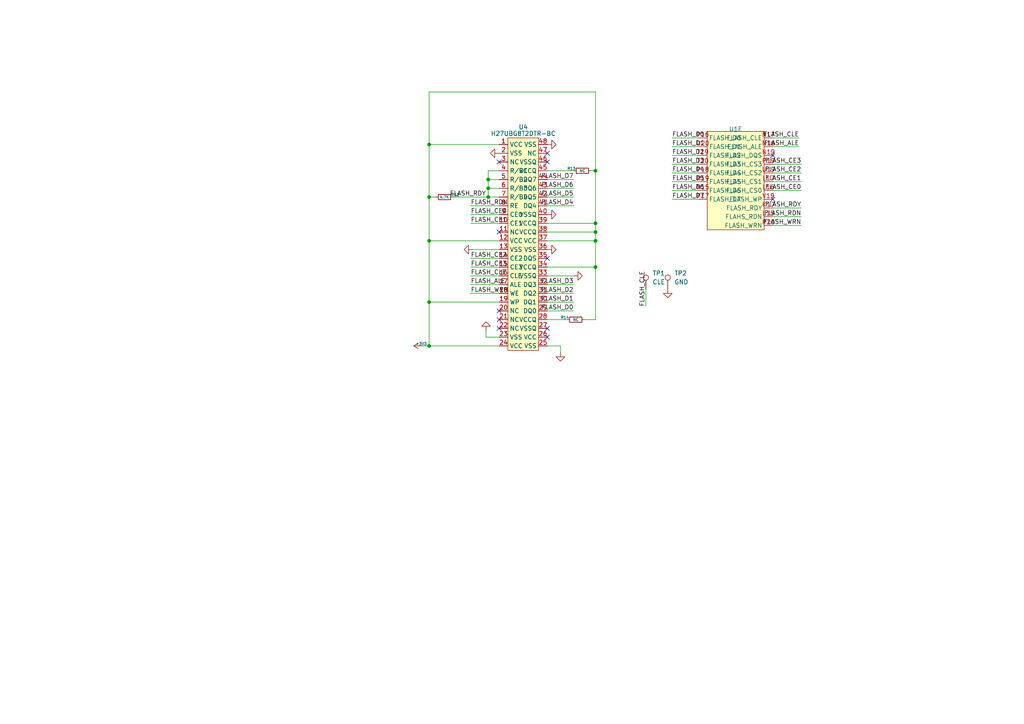
<source format=kicad_sch>
(kicad_sch (version 20230121) (generator eeschema)
  (paper "A4")
  (lib_symbols
    (symbol "Connector:TestPoint" (pin_numbers hide) (pin_names (offset 0.762) hide)
      (property "Reference" "TP" (at 0 6.858 0))
      (property "Value" "TestPoint" (at 0 5.08 0))
      (symbol "TestPoint_0_1"
        (circle (center 0 3.302) (radius 0.762))
      )
      (symbol "TestPoint_1_1"
        (pin passive line (at 0 0 90) (length 2.54) (name "1") (number "1"))
      )
    )
    (symbol "Device:R_Small" (pin_numbers hide) (pin_names (offset 0.254) hide)
      (property "Reference" "R" (at 0.762 0.508 0))
      (property "Value" "R_Small" (at 0.762 -1.016 0))
      (symbol "R_Small_0_1"
        (rectangle (start -0.762 1.778) (end 0.762 -1.778) (stroke (width 0.2032)))
      )
      (symbol "R_Small_1_1"
        (pin passive line (at 0 2.54 270) (length 0.762) (name "~") (number "1"))
        (pin passive line (at 0 -2.54 90) (length 0.762) (name "~") (number "2"))
      )
    )
    (symbol "Symbols:H27UBG8T2DTR-BC"
      (property "Reference" "U" (at 0 3.175 0))
      (property "Value" "H27UBG8T2DTR-BC" (at 0 1.27 0))
      (symbol "H27UBG8T2DTR-BC_0_1"
        (rectangle (start -4.445 0) (end 4.445 -61.595) (fill (type background)))
      )
      (symbol "H27UBG8T2DTR-BC_1_1"
        (pin passive line (at -6.985 -1.905 0) (length 2.54) (name "VCC") (number "1"))
        (pin bidirectional line (at -6.985 -24.765 0) (length 2.54) (name "CE1") (number "10"))
        (pin passive line (at -6.985 -27.305 0) (length 2.54) (name "NC") (number "11"))
        (pin passive line (at -6.985 -29.845 0) (length 2.54) (name "VCC") (number "12"))
        (pin passive line (at -6.985 -32.385 0) (length 2.54) (name "VSS") (number "13"))
        (pin bidirectional line (at -6.985 -34.925 0) (length 2.54) (name "CE2") (number "14"))
        (pin bidirectional line (at -6.985 -37.465 0) (length 2.54) (name "CE3") (number "15"))
        (pin bidirectional line (at -6.985 -40.005 0) (length 2.54) (name "CLE") (number "16"))
        (pin bidirectional line (at -6.985 -42.545 0) (length 2.54) (name "ALE") (number "17"))
        (pin bidirectional line (at -6.985 -45.085 0) (length 2.54) (name "WE") (number "18"))
        (pin input line (at -6.985 -47.625 0) (length 2.54) (name "WP") (number "19"))
        (pin passive line (at -6.985 -4.445 0) (length 2.54) (name "VSS") (number "2"))
        (pin passive line (at -6.985 -50.165 0) (length 2.54) (name "NC") (number "20"))
        (pin passive line (at -6.985 -52.705 0) (length 2.54) (name "NC") (number "21"))
        (pin passive line (at -6.985 -55.245 0) (length 2.54) (name "NC") (number "22"))
        (pin passive line (at -6.985 -57.785 0) (length 2.54) (name "VSS") (number "23"))
        (pin passive line (at -6.985 -60.325 0) (length 2.54) (name "VCC") (number "24"))
        (pin passive line (at 6.985 -60.325 180) (length 2.54) (name "VSS") (number "25"))
        (pin passive line (at 6.985 -57.785 180) (length 2.54) (name "VCC") (number "26"))
        (pin passive line (at 6.985 -55.245 180) (length 2.54) (name "VSSQ") (number "27"))
        (pin passive line (at 6.985 -52.705 180) (length 2.54) (name "VCCQ") (number "28"))
        (pin bidirectional line (at 6.985 -50.165 180) (length 2.54) (name "DQ0") (number "29"))
        (pin passive line (at -6.985 -6.985 0) (length 2.54) (name "NC") (number "3"))
        (pin bidirectional line (at 6.985 -47.625 180) (length 2.54) (name "DQ1") (number "30"))
        (pin bidirectional line (at 6.985 -45.085 180) (length 2.54) (name "DQ2") (number "31"))
        (pin bidirectional line (at 6.985 -42.545 180) (length 2.54) (name "DQ3") (number "32"))
        (pin passive line (at 6.985 -40.005 180) (length 2.54) (name "VSSQ") (number "33"))
        (pin passive line (at 6.985 -37.465 180) (length 2.54) (name "VCCQ") (number "34"))
        (pin bidirectional line (at 6.985 -34.925 180) (length 2.54) (name "DQS") (number "35"))
        (pin passive line (at 6.985 -32.385 180) (length 2.54) (name "VSS") (number "36"))
        (pin passive line (at 6.985 -29.845 180) (length 2.54) (name "VCC") (number "37"))
        (pin passive line (at 6.985 -27.305 180) (length 2.54) (name "VCCQ") (number "38"))
        (pin passive line (at 6.985 -24.765 180) (length 2.54) (name "VCCQ") (number "39"))
        (pin bidirectional line (at -6.985 -9.525 0) (length 2.54) (name "R/B1") (number "4"))
        (pin passive line (at 6.985 -22.225 180) (length 2.54) (name "VSSQ") (number "40"))
        (pin bidirectional line (at 6.985 -19.685 180) (length 2.54) (name "DQ4") (number "41"))
        (pin bidirectional line (at 6.985 -17.145 180) (length 2.54) (name "DQ5") (number "42"))
        (pin bidirectional line (at 6.985 -14.605 180) (length 2.54) (name "DQ6") (number "43"))
        (pin bidirectional line (at 6.985 -12.065 180) (length 2.54) (name "DQ7") (number "44"))
        (pin passive line (at 6.985 -9.525 180) (length 2.54) (name "VCCQ") (number "45"))
        (pin passive line (at 6.985 -6.985 180) (length 2.54) (name "VSSQ") (number "46"))
        (pin passive line (at 6.985 -4.445 180) (length 2.54) (name "NC") (number "47"))
        (pin passive line (at 6.985 -1.905 180) (length 2.54) (name "VSS") (number "48"))
        (pin bidirectional line (at -6.985 -12.065 0) (length 2.54) (name "R/B2") (number "5"))
        (pin bidirectional line (at -6.985 -14.605 0) (length 2.54) (name "R/B3") (number "6"))
        (pin bidirectional line (at -6.985 -17.145 0) (length 2.54) (name "R/B4") (number "7"))
        (pin bidirectional line (at -6.985 -19.685 0) (length 2.54) (name "RE") (number "8"))
        (pin bidirectional line (at -6.985 -22.225 0) (length 2.54) (name "CE0") (number "9"))
      )
    )
    (symbol "Symbols:RK3128"
      (property "Reference" "U" (at 0 1.27 0))
      (symbol "RK3128_1_1"
        (rectangle (start -6.35 -1.27) (end 6.35 -70.485) (fill (type background)))
        (pin passive line (at -8.89 -3.175 0) (length 2.54) (name "VSS") (number "B14"))
        (pin passive line (at -8.89 -10.795 0) (length 2.54) (name "VSS") (number "C10"))
        (pin passive line (at -8.89 -13.335 0) (length 2.54) (name "VSS") (number "C13"))
        (pin passive line (at -8.89 -5.715 0) (length 2.54) (name "VSS") (number "C3"))
        (pin passive line (at -8.89 -8.255 0) (length 2.54) (name "VSS") (number "C7"))
        (pin passive line (at -8.89 -18.415 0) (length 2.54) (name "VSS") (number "G13"))
        (pin passive line (at -8.89 -15.875 0) (length 2.54) (name "VSS") (number "G3"))
        (pin passive line (at -8.89 -26.035 0) (length 2.54) (name "VSS") (number "H10"))
        (pin passive line (at -8.89 -28.575 0) (length 2.54) (name "VSS") (number "H11"))
        (pin passive line (at -8.89 -31.115 0) (length 2.54) (name "VSS") (number "H12"))
        (pin passive line (at -8.89 -33.655 0) (length 2.54) (name "VSS") (number "H13"))
        (pin passive line (at -8.89 -20.955 0) (length 2.54) (name "VSS") (number "H8"))
        (pin passive line (at -8.89 -23.495 0) (length 2.54) (name "VSS") (number "H9"))
        (pin passive line (at -8.89 -41.275 0) (length 2.54) (name "VSS") (number "J10"))
        (pin passive line (at -8.89 -43.815 0) (length 2.54) (name "VSS") (number "J11"))
        (pin passive line (at -8.89 -46.355 0) (length 2.54) (name "VSS") (number "J12"))
        (pin passive line (at -8.89 -48.895 0) (length 2.54) (name "VSS") (number "J13"))
        (pin passive line (at -8.89 -36.195 0) (length 2.54) (name "VSS") (number "J8"))
        (pin passive line (at -8.89 -38.735 0) (length 2.54) (name "VSS") (number "J9"))
        (pin passive line (at -8.89 -59.055 0) (length 2.54) (name "VSS") (number "K10"))
        (pin passive line (at -8.89 -61.595 0) (length 2.54) (name "VSS") (number "K11"))
        (pin passive line (at -8.89 -64.135 0) (length 2.54) (name "VSS") (number "K12"))
        (pin passive line (at -8.89 -66.675 0) (length 2.54) (name "VSS") (number "K13"))
        (pin passive line (at -8.89 -51.435 0) (length 2.54) (name "VSS") (number "K3"))
        (pin passive line (at -8.89 -53.975 0) (length 2.54) (name "VSS") (number "K8"))
        (pin passive line (at -8.89 -56.515 0) (length 2.54) (name "VSS") (number "K9"))
        (pin passive line (at 8.89 -66.675 180) (length 2.54) (name "VSS") (number "L10"))
        (pin passive line (at 8.89 -64.135 180) (length 2.54) (name "VSS") (number "L11"))
        (pin passive line (at 8.89 -61.595 180) (length 2.54) (name "VSS") (number "L12"))
        (pin passive line (at 8.89 -59.055 180) (length 2.54) (name "VSS") (number "L13"))
        (pin passive line (at 8.89 -56.515 180) (length 2.54) (name "VSS") (number "L14"))
        (pin passive line (at -8.89 -69.215 0) (length 2.54) (name "VSS") (number "L8"))
        (pin passive line (at 8.89 -69.215 180) (length 2.54) (name "VSS") (number "L9"))
        (pin passive line (at 8.89 -46.355 180) (length 2.54) (name "VSS") (number "M10"))
        (pin passive line (at 8.89 -43.815 180) (length 2.54) (name "VSS") (number "M11"))
        (pin passive line (at 8.89 -41.275 180) (length 2.54) (name "VSS") (number "M12"))
        (pin passive line (at 8.89 -38.735 180) (length 2.54) (name "VSS") (number "M13"))
        (pin passive line (at 8.89 -53.975 180) (length 2.54) (name "VSS") (number "M2"))
        (pin passive line (at 8.89 -51.435 180) (length 2.54) (name "VSS") (number "M8"))
        (pin passive line (at 8.89 -48.895 180) (length 2.54) (name "VSS") (number "M9"))
        (pin passive line (at 8.89 -28.575 180) (length 2.54) (name "VSS") (number "N10"))
        (pin passive line (at 8.89 -26.035 180) (length 2.54) (name "VSS") (number "N11"))
        (pin passive line (at 8.89 -23.495 180) (length 2.54) (name "VSS") (number "N12"))
        (pin passive line (at 8.89 -20.955 180) (length 2.54) (name "VSS") (number "N13"))
        (pin passive line (at 8.89 -36.195 180) (length 2.54) (name "VSS") (number "N7"))
        (pin passive line (at 8.89 -33.655 180) (length 2.54) (name "VSS") (number "N8"))
        (pin passive line (at 8.89 -31.115 180) (length 2.54) (name "VSS") (number "N9"))
        (pin passive line (at 8.89 -18.415 180) (length 2.54) (name "VSS") (number "P7"))
        (pin passive line (at 8.89 -15.875 180) (length 2.54) (name "VSS") (number "P8"))
        (pin passive line (at 8.89 -13.335 180) (length 2.54) (name "VSS") (number "V3"))
        (pin passive line (at 8.89 -5.715 180) (length 2.54) (name "VSS") (number "W12"))
        (pin passive line (at 8.89 -3.175 180) (length 2.54) (name "VSS") (number "W15"))
        (pin passive line (at 8.89 -10.795 180) (length 2.54) (name "VSS") (number "W6"))
        (pin passive line (at 8.89 -8.255 180) (length 2.54) (name "VSS") (number "W9"))
      )
      (symbol "RK3128_2_1"
        (rectangle (start -6.35 -1.27) (end 6.35 -27.305) (fill (type background)))
        (pin passive line (at 8.89 -3.175 180) (length 2.54) (name "CVDD") (number "G10"))
        (pin passive line (at -8.89 -26.035 0) (length 2.54) (name "VCCIO") (number "G14"))
        (pin passive line (at 8.89 -15.875 180) (length 2.54) (name "CVDD") (number "G7"))
        (pin passive line (at 8.89 -5.715 180) (length 2.54) (name "CVDD") (number "H14"))
        (pin passive line (at 8.89 -8.255 180) (length 2.54) (name "CVDD") (number "J14"))
        (pin passive line (at -8.89 -23.495 0) (length 2.54) (name "VCCIO") (number "K14"))
        (pin passive line (at 8.89 -13.335 180) (length 2.54) (name "CVDD") (number "K7"))
        (pin passive line (at -8.89 -13.335 0) (length 2.54) (name "AVDD") (number "M14"))
        (pin passive line (at -8.89 -10.795 0) (length 2.54) (name "AVDD") (number "N14"))
        (pin passive line (at -8.89 -18.415 0) (length 2.54) (name "VCCIO") (number "N6"))
        (pin passive line (at 8.89 -10.795 180) (length 2.54) (name "CVDD") (number "P10"))
        (pin passive line (at -8.89 -3.175 0) (length 2.54) (name "AVDD") (number "P12"))
        (pin passive line (at -8.89 -5.715 0) (length 2.54) (name "AVDD") (number "P13"))
        (pin passive line (at -8.89 -8.255 0) (length 2.54) (name "AVDD") (number "P14"))
        (pin passive line (at -8.89 -20.955 0) (length 2.54) (name "VCCIO") (number "T14"))
      )
      (symbol "RK3128_3_1"
        (rectangle (start -8.255 0) (end 8.255 -118.11) (fill (type background)))
        (pin output line (at -10.795 -75.565 0) (length 2.54) (name "DDR_CS0") (number "A1"))
        (pin bidirectional line (at 10.795 -42.545 180) (length 2.54) (name "DDR_DQ16") (number "A10"))
        (pin bidirectional line (at 10.795 -95.885 180) (length 2.54) (name "DDR_DQS2P") (number "A11"))
        (pin bidirectional line (at 10.795 -60.325 180) (length 2.54) (name "DDR_DQ23") (number "A13"))
        (pin bidirectional line (at 10.795 -1.905 180) (length 2.54) (name "DDR_DQ0") (number "A14"))
        (pin bidirectional line (at -10.795 -12.065 0) (length 2.54) (name "DDR_A4") (number "A2"))
        (pin bidirectional line (at -10.795 -4.445 0) (length 2.54) (name "DDR_A1") (number "A4"))
        (pin bidirectional line (at -10.795 -40.005 0) (length 2.54) (name "DDR_A15") (number "A5"))
        (pin bidirectional line (at 10.795 -9.525 180) (length 2.54) (name "DDR_DQ3") (number "A7"))
        (pin bidirectional line (at 10.795 -85.725 180) (length 2.54) (name "DDR_DQS0P") (number "A8"))
        (pin output line (at -10.795 -83.185 0) (length 2.54) (name "DDR_CLKP") (number "B1"))
        (pin bidirectional line (at 10.795 -12.065 180) (length 2.54) (name "DDR_DQ4") (number "B10"))
        (pin bidirectional line (at 10.795 -98.425 180) (length 2.54) (name "DDR_DQS2N") (number "B11"))
        (pin bidirectional line (at 10.795 -55.245 180) (length 2.54) (name "DDR_DQ21") (number "B12"))
        (pin bidirectional line (at 10.795 -17.145 180) (length 2.54) (name "DDR_DQ6") (number "B13"))
        (pin bidirectional line (at -10.795 -67.945 0) (length 2.54) (name "DDR_ODT0") (number "B2"))
        (pin output line (at -10.795 -88.265 0) (length 2.54) (name "DDR_CKE") (number "B3"))
        (pin bidirectional line (at -10.795 -32.385 0) (length 2.54) (name "DDR_A12") (number "B4"))
        (pin bidirectional line (at -10.795 -37.465 0) (length 2.54) (name "DDR_A14") (number "B5"))
        (pin output line (at -10.795 -78.105 0) (length 2.54) (name "DDR_CS1") (number "B6"))
        (pin bidirectional line (at -10.795 -55.245 0) (length 2.54) (name "DDR_DM0") (number "B7"))
        (pin bidirectional line (at 10.795 -88.265 180) (length 2.54) (name "DDR_DQS0N") (number "B8"))
        (pin bidirectional line (at 10.795 -47.625 180) (length 2.54) (name "DDR_DQ18") (number "B9"))
        (pin bidirectional line (at 10.795 -45.085 180) (length 2.54) (name "DDR_DQ17") (number "C11"))
        (pin output line (at -10.795 -85.725 0) (length 2.54) (name "DDR_CLKN") (number "C2"))
        (pin bidirectional line (at -10.795 -27.305 0) (length 2.54) (name "DDR_A10") (number "C4"))
        (pin bidirectional line (at -10.795 -29.845 0) (length 2.54) (name "DDR_A11") (number "C5"))
        (pin bidirectional line (at 10.795 -19.685 180) (length 2.54) (name "DDR_DQ7") (number "C8"))
        (pin bidirectional line (at -10.795 -1.905 0) (length 2.54) (name "DDR_A0") (number "D1"))
        (pin bidirectional line (at 10.795 -14.605 180) (length 2.54) (name "DDR_DQ5") (number "D10"))
        (pin bidirectional line (at -10.795 -60.325 0) (length 2.54) (name "DDR_DM2") (number "D11"))
        (pin bidirectional line (at -10.795 -9.525 0) (length 2.54) (name "DDR_A3") (number "D2"))
        (pin bidirectional line (at -10.795 -50.165 0) (length 2.54) (name "DDR_BA2") (number "D3"))
        (pin output line (at -10.795 -95.885 0) (length 2.54) (name "DDR_WEN") (number "D5"))
        (pin bidirectional line (at -10.795 -45.085 0) (length 2.54) (name "DDR_BA0") (number "D7"))
        (pin bidirectional line (at -10.795 -22.225 0) (length 2.54) (name "DDR_A8") (number "D8"))
        (pin bidirectional line (at -10.795 -24.765 0) (length 2.54) (name "DDR_A9") (number "E1"))
        (pin bidirectional line (at 10.795 -52.705 180) (length 2.54) (name "DDR_DQ20") (number "E10"))
        (pin bidirectional line (at 10.795 -50.165 180) (length 2.54) (name "DDR_DQ19") (number "E11"))
        (pin bidirectional line (at -10.795 -6.985 0) (length 2.54) (name "DDR_A2") (number "E2"))
        (pin output line (at -10.795 -100.965 0) (length 2.54) (name "DDR_RASN") (number "E3"))
        (pin bidirectional line (at -10.795 -19.685 0) (length 2.54) (name "DDR_A7") (number "E4"))
        (pin bidirectional line (at -10.795 -14.605 0) (length 2.54) (name "DDR_A5") (number "E5"))
        (pin output line (at -10.795 -98.425 0) (length 2.54) (name "DDR_CASN") (number "E7"))
        (pin bidirectional line (at -10.795 -47.625 0) (length 2.54) (name "DDR_BA1") (number "E8"))
        (pin bidirectional line (at 10.795 -57.785 180) (length 2.54) (name "DDR_DQ22") (number "F10"))
        (pin bidirectional line (at 10.795 -6.985 180) (length 2.54) (name "DDR_DQ2") (number "F11"))
        (pin bidirectional line (at 10.795 -27.305 180) (length 2.54) (name "DDR_DQ10") (number "F2"))
        (pin output line (at -10.795 -93.345 0) (length 2.54) (name "DDR_RST") (number "F6"))
        (pin bidirectional line (at -10.795 -17.145 0) (length 2.54) (name "DDR_A6") (number "F7"))
        (pin bidirectional line (at 10.795 -4.445 180) (length 2.54) (name "DDR_DQ1") (number "F8"))
        (pin bidirectional line (at -10.795 -34.925 0) (length 2.54) (name "DDR_A13") (number "G1"))
        (pin passive line (at 10.795 -113.665 180) (length 2.54) (name "DDR_VDD") (number "G11"))
        (pin passive line (at 10.795 -116.205 180) (length 2.54) (name "DDR_VDD") (number "G12"))
        (pin bidirectional line (at -10.795 -70.485 0) (length 2.54) (name "DDR_ODT1") (number "G2"))
        (pin bidirectional line (at 10.795 -67.945 180) (length 2.54) (name "DDR_DQ26") (number "G4"))
        (pin bidirectional line (at 10.795 -24.765 180) (length 2.54) (name "DDR_DQ9") (number "G5"))
        (pin bidirectional line (at 10.795 -22.225 180) (length 2.54) (name "DDR_DQ8") (number "G6"))
        (pin passive line (at 10.795 -108.585 180) (length 2.54) (name "DDR_VDD") (number "G8"))
        (pin passive line (at 10.795 -111.125 180) (length 2.54) (name "DDR_VDD") (number "G9"))
        (pin bidirectional line (at 10.795 -90.805 180) (length 2.54) (name "DDR_DQS1P") (number "H1"))
        (pin bidirectional line (at 10.795 -93.345 180) (length 2.54) (name "DDR_DQS1N") (number "H2"))
        (pin bidirectional line (at 10.795 -32.385 180) (length 2.54) (name "DDR_DQ12") (number "H3"))
        (pin bidirectional line (at -10.795 -57.785 0) (length 2.54) (name "DDR_DM1") (number "H4"))
        (pin bidirectional line (at 10.795 -73.025 180) (length 2.54) (name "DDR_DQ28") (number "H5"))
        (pin bidirectional line (at 10.795 -29.845 180) (length 2.54) (name "DDR_DQ11") (number "H6"))
        (pin passive line (at -10.795 -116.205 0) (length 2.54) (name "DDR_VDD") (number "H7"))
        (pin bidirectional line (at 10.795 -34.925 180) (length 2.54) (name "DDR_DQ13") (number "J2"))
        (pin passive line (at -10.795 -113.665 0) (length 2.54) (name "DDR_VDD") (number "J7"))
        (pin bidirectional line (at 10.795 -40.005 180) (length 2.54) (name "DDR_DQ15") (number "K1"))
        (pin bidirectional line (at 10.795 -37.465 180) (length 2.54) (name "DDR_DQ14") (number "K2"))
        (pin bidirectional line (at 10.795 -62.865 180) (length 2.54) (name "DDR_DQ24") (number "K4"))
        (pin bidirectional line (at 10.795 -70.485 180) (length 2.54) (name "DDR_DQ27") (number "K5"))
        (pin bidirectional line (at 10.795 -75.565 180) (length 2.54) (name "DDR_DQ29") (number "K6"))
        (pin bidirectional line (at 10.795 -100.965 180) (length 2.54) (name "DDR_DQS3P") (number "L1"))
        (pin bidirectional line (at 10.795 -103.505 180) (length 2.54) (name "DDR_DQS3N") (number "L2"))
        (pin bidirectional line (at -10.795 -62.865 0) (length 2.54) (name "DDR_DM3") (number "L3"))
        (pin bidirectional line (at 10.795 -65.405 180) (length 2.54) (name "DDR_DQ25") (number "L4"))
        (pin bidirectional line (at 10.795 -78.105 180) (length 2.54) (name "DDR_DQ30") (number "L5"))
        (pin bidirectional line (at 10.795 -80.645 180) (length 2.54) (name "DDR_DQ31") (number "L6"))
        (pin passive line (at -10.795 -111.125 0) (length 2.54) (name "DDR_VDD") (number "L7"))
        (pin passive line (at -10.795 -108.585 0) (length 2.54) (name "DDR_VDD") (number "M7"))
      )
      (symbol "RK3128_4_1"
        (rectangle (start -8.89 0) (end 8.89 -32.385) (fill (type background)))
        (polyline (pts (xy -0.635 -12.7) (xy 1.27 -12.7) (xy 1.27 -17.145)))
        (polyline (pts (xy -0.635 -8.89) (xy -0.635 -12.7) (xy -8.89 -12.7)))
        (polyline (pts (xy -8.89 -5.715) (xy -0.635 -5.715) (xy -0.635 -8.89) (xy 8.89 -8.89)))
        (polyline (pts (xy 8.89 -17.145) (xy 1.27 -17.145) (xy 1.27 -21.59) (xy -8.89 -21.59)))
        (pin bidirectional line (at -11.43 -4.445 0) (length 2.54) (name "TEST") (number "H15"))
        (pin input line (at -11.43 -8.255 0) (length 2.54) (name "XIN") (number "N1"))
        (pin output line (at -11.43 -10.795 0) (length 2.54) (name "XOUT") (number "N2"))
        (pin input line (at -11.43 -1.905 0) (length 2.54) (name "NPOR") (number "N20"))
        (pin input line (at -11.43 -14.605 0) (length 2.54) (name "A/GPLL_DVDD") (number "N3"))
        (pin input line (at -11.43 -17.145 0) (length 2.54) (name "C/DPLL_DVDD") (number "N4"))
        (pin input line (at -11.43 -19.685 0) (length 2.54) (name "PLL_VCCIO") (number "N5"))
        (pin input line (at -11.43 -26.035 0) (length 2.54) (name "ADCIN0") (number "P11"))
        (pin input line (at 11.43 -6.985 180) (length 2.54) (name "SAR_AVDD33") (number "P9"))
        (pin input line (at -11.43 -23.495 0) (length 2.54) (name "EFUSE") (number "R10"))
        (pin bidirectional line (at 11.43 -22.225 180) (length 2.54) (name "OTG_ID") (number "R11"))
        (pin input line (at 11.43 -4.445 180) (length 2.54) (name "USB_AVDD33") (number "T10"))
        (pin input line (at 11.43 -1.905 180) (length 2.54) (name "USB_DVDD11") (number "T11"))
        (pin input line (at -11.43 -28.575 0) (length 2.54) (name "ADCIN1") (number "U10"))
        (pin passive line (at 11.43 -19.685 180) (length 2.54) (name "OTG_VBUS") (number "U11"))
        (pin input line (at -11.43 -31.115 0) (length 2.54) (name "ADCIN2") (number "V10"))
        (pin input line (at 11.43 -15.875 180) (length 2.54) (name "USB_EXTR") (number "V11"))
        (pin bidirectional line (at 11.43 -13.335 180) (length 2.54) (name "HOST_DP") (number "W14"))
        (pin bidirectional line (at 11.43 -27.305 180) (length 2.54) (name "OTG_DP") (number "W16"))
        (pin bidirectional line (at 11.43 -10.795 180) (length 2.54) (name "HOST_DN") (number "Y14"))
        (pin bidirectional line (at 11.43 -24.765 180) (length 2.54) (name "OTG_DN") (number "Y16"))
      )
      (symbol "RK3128_5_1"
        (rectangle (start -8.255 0) (end 8.255 -28.575) (fill (type background)))
        (pin bidirectional line (at 10.795 -22.225 180) (length 2.54) (name "FLASH_RDY") (number "K17"))
        (pin bidirectional line (at 10.795 -24.765 180) (length 2.54) (name "FLAHS_RDN") (number "L15"))
        (pin bidirectional line (at 10.795 -17.145 180) (length 2.54) (name "FLASH_CS0") (number "L16"))
        (pin bidirectional line (at 10.795 -14.605 180) (length 2.54) (name "FLASH_CS1") (number "L17"))
        (pin bidirectional line (at -10.795 -17.145 0) (length 2.54) (name "FLASH_D6") (number "N15"))
        (pin bidirectional line (at 10.795 -4.445 180) (length 2.54) (name "FLASH_ALE") (number "N16"))
        (pin bidirectional line (at 10.795 -1.905 180) (length 2.54) (name "FLASH_CLE") (number "N17"))
        (pin bidirectional line (at 10.795 -6.985 180) (length 2.54) (name "FLASH_DQS") (number "N19"))
        (pin bidirectional line (at -10.795 -1.905 0) (length 2.54) (name "FLASH_D0") (number "P16"))
        (pin bidirectional line (at -10.795 -19.685 0) (length 2.54) (name "FLASH_D7") (number "P17"))
        (pin bidirectional line (at -10.795 -12.065 0) (length 2.54) (name "FLASH_D4") (number "P18"))
        (pin bidirectional line (at 10.795 -9.525 180) (length 2.54) (name "FLASH_CS3") (number "P19"))
        (pin bidirectional line (at 10.795 -27.305 180) (length 2.54) (name "FLASH_WRN") (number "P20"))
        (pin bidirectional line (at -10.795 -14.605 0) (length 2.54) (name "FLASH_D5") (number "R19"))
        (pin bidirectional line (at -10.795 -6.985 0) (length 2.54) (name "FLASH_D2") (number "T19"))
        (pin bidirectional line (at -10.795 -9.525 0) (length 2.54) (name "FLASH_D3") (number "T20"))
        (pin bidirectional line (at 10.795 -12.065 180) (length 2.54) (name "FLASH_CS2") (number "U19"))
        (pin bidirectional line (at -10.795 -4.445 0) (length 2.54) (name "FLASH_D1") (number "U20"))
        (pin bidirectional line (at 10.795 -19.685 180) (length 2.54) (name "FLASH_WP") (number "V19"))
      )
      (symbol "RK3128_6_1"
        (rectangle (start -4.445 0) (end 4.445 -28.575) (fill (type background)))
        (pin input line (at -6.985 -27.305 0) (length 2.54) (name "MIPI_EXTR") (number "V8"))
        (pin bidirectional line (at -6.985 -14.605 0) (length 2.54) (name "MIPI_D2N") (number "W10"))
        (pin bidirectional line (at -6.985 -9.525 0) (length 2.54) (name "MIPI_D1N") (number "W11"))
        (pin bidirectional line (at -6.985 -4.445 0) (length 2.54) (name "MIPI_D0N") (number "W13"))
        (pin bidirectional line (at -6.985 -24.765 0) (length 2.54) (name "MIPI_CLKN") (number "W7"))
        (pin bidirectional line (at -6.985 -17.145 0) (length 2.54) (name "MIPI_D3P") (number "W8"))
        (pin bidirectional line (at -6.985 -12.065 0) (length 2.54) (name "MIPI_D2P") (number "Y10"))
        (pin bidirectional line (at -6.985 -6.985 0) (length 2.54) (name "MIPI_D1P") (number "Y11"))
        (pin bidirectional line (at -6.985 -1.905 0) (length 2.54) (name "MIPI_D0P") (number "Y13"))
        (pin bidirectional line (at -6.985 -22.225 0) (length 2.54) (name "MIPI_CLKP") (number "Y7"))
        (pin bidirectional line (at -6.985 -19.685 0) (length 2.54) (name "MIPI_D3N") (number "Y8"))
      )
      (symbol "RK3128_7_1"
        (rectangle (start -10.16 0) (end 10.16 -15.24) (fill (type background)))
        (pin bidirectional line (at 12.7 -3.81 180) (length 2.54) (name "CODEC_AOMS") (number "A16"))
        (pin bidirectional line (at -12.7 -13.97 0) (length 2.54) (name "CODEC_VCM") (number "A17"))
        (pin bidirectional line (at 12.7 -1.27 180) (length 2.54) (name "CODEC_AOR") (number "B15"))
        (pin bidirectional line (at 12.7 -6.35 180) (length 2.54) (name "CODEC_AOM") (number "B16"))
        (pin bidirectional line (at 12.7 -8.89 180) (length 2.54) (name "CODEC_AOL") (number "B17"))
        (pin bidirectional line (at -12.7 -6.35 0) (length 2.54) (name "CODEC_MICBIAS") (number "B18"))
        (pin bidirectional line (at -12.7 -3.81 0) (length 2.54) (name "CODEC_HPDET") (number "C14"))
        (pin bidirectional line (at 12.7 -13.97 180) (length 2.54) (name "CODEC_AIL") (number "C16"))
        (pin bidirectional line (at 12.7 -11.43 180) (length 2.54) (name "CODEC_AIR") (number "D16"))
        (pin bidirectional line (at -12.7 -8.89 0) (length 2.54) (name "CODEC_MICL") (number "E14"))
        (pin bidirectional line (at -12.7 -11.43 0) (length 2.54) (name "CODEC_MICR") (number "E16"))
      )
      (symbol "RK3128_8_1"
        (rectangle (start -5.715 0) (end 5.715 -22.86) (fill (type background)))
        (pin output line (at 8.255 -6.35 180) (length 2.54) (name "SDMMC0_CMD") (number "D18"))
        (pin output line (at 8.255 -8.89 180) (length 2.54) (name "SDMMC0_CLKO") (number "H20"))
        (pin bidirectional line (at 8.255 -19.05 180) (length 2.54) (name "SDMMC0_D1") (number "K15"))
        (pin bidirectional line (at 8.255 -16.51 180) (length 2.54) (name "SDMMC0_D2") (number "K16"))
        (pin bidirectional line (at 8.255 -21.59 180) (length 2.54) (name "SDMMC0_D0") (number "L18"))
        (pin output line (at 8.255 -1.27 180) (length 2.54) (name "SDMMC0_WP") (number "L19"))
        (pin bidirectional line (at 8.255 -13.97 180) (length 2.54) (name "SDMMC0_D3") (number "M19"))
        (pin output line (at 8.255 -3.81 180) (length 2.54) (name "SDMMC0_PWR") (number "N18"))
        (pin input line (at 8.255 -11.43 180) (length 2.54) (name "SDMMC0_DET") (number "W19"))
      )
      (symbol "RK3128_9_1"
        (rectangle (start -4.445 0) (end 4.445 -22.225) (fill (type background)))
        (pin output line (at 6.985 -1.27 180) (length 2.54) (name "UART1_RTSN") (number "G18"))
        (pin input line (at 6.985 -3.81 180) (length 2.54) (name "UART1_CTSN") (number "G19"))
        (pin output line (at 6.985 -6.35 180) (length 2.54) (name "UART1_TX") (number "H18"))
        (pin input line (at 6.985 -8.89 180) (length 2.54) (name "UART1_RX") (number "H19"))
        (pin output line (at 6.985 -13.335 180) (length 2.54) (name "UART0_RTSN") (number "P15"))
        (pin output line (at 6.985 -18.415 180) (length 2.54) (name "UART0_TX") (number "T18"))
        (pin input line (at 6.985 -15.875 180) (length 2.54) (name "UART0_CTSN") (number "W20"))
        (pin input line (at 6.985 -20.955 180) (length 2.54) (name "UART0_RX") (number "Y17"))
      )
      (symbol "RK3128_10_1"
        (rectangle (start -2.54 0) (end 2.54 -7.62) (fill (type background)))
        (pin input line (at 5.08 -3.81 180) (length 2.54) (name "PWM1") (number "T17"))
        (pin input line (at 5.08 -1.27 180) (length 2.54) (name "PWM0") (number "U18"))
        (pin input line (at 5.08 -6.35 180) (length 2.54) (name "PWM2") (number "V14"))
      )
      (symbol "RK3128_11_1"
        (rectangle (start -7.62 0) (end 7.62 -34.29) (fill (type background)))
        (pin bidirectional line (at 10.16 -29.845 180) (length 2.54) (name "GPIO0_D1") (number "A19"))
        (pin bidirectional line (at 10.16 -32.385 180) (length 2.54) (name "GPIO1_B4") (number "B19"))
        (pin bidirectional line (at 10.16 -22.225 180) (length 2.54) (name "GPIO0_A6") (number "B20"))
        (pin bidirectional line (at 10.16 -27.305 180) (length 2.54) (name "GPIO0_D0") (number "C17"))
        (pin bidirectional line (at -10.16 -9.525 0) (length 2.54) (name "GPIO3_C6") (number "C18"))
        (pin bidirectional line (at 10.16 -19.685 180) (length 2.54) (name "GPIO0_A3") (number "D17"))
        (pin bidirectional line (at -10.16 -4.445 0) (length 2.54) (name "GPIO3_C4") (number "D19"))
        (pin bidirectional line (at 10.16 -12.065 180) (length 2.54) (name "GPIO0_A0") (number "D20"))
        (pin bidirectional line (at 10.16 -14.605 180) (length 2.54) (name "GPIO0_A1") (number "E17"))
        (pin bidirectional line (at -10.16 -6.985 0) (length 2.54) (name "GPIO3_C5") (number "F13"))
        (pin bidirectional line (at 10.16 -24.765 180) (length 2.54) (name "GPIO0_A7") (number "F14"))
        (pin bidirectional line (at 10.16 -17.145 180) (length 2.54) (name "GPIO0_A2") (number "F19"))
        (pin bidirectional line (at -10.16 -12.065 0) (length 2.54) (name "GPIO3_C7") (number "G20"))
        (pin bidirectional line (at -10.16 -32.385 0) (length 2.54) (name "GPIO0_B3") (number "H16"))
        (pin bidirectional line (at -10.16 -24.765 0) (length 2.54) (name "GPIO0_B0") (number "H17"))
        (pin bidirectional line (at 10.16 -6.985 180) (length 2.54) (name "GPIO0_B0") (number "H17"))
        (pin bidirectional line (at -10.16 -29.845 0) (length 2.54) (name "GPIO0_B2") (number "J19"))
        (pin bidirectional line (at -10.16 -22.225 0) (length 2.54) (name "GPIO3_D7") (number "K18"))
        (pin bidirectional line (at 10.16 -4.445 180) (length 2.54) (name "GPIO0_B5") (number "K19"))
        (pin bidirectional line (at -10.16 -27.305 0) (length 2.54) (name "GPIO0_B1") (number "K20"))
        (pin bidirectional line (at 10.16 -9.525 180) (length 2.54) (name "GPIO0_B1") (number "K20"))
        (pin bidirectional line (at 10.16 -1.905 180) (length 2.54) (name "GPIO0_B4") (number "L20"))
        (pin bidirectional line (at -10.16 -1.905 0) (length 2.54) (name "GPIO3_C1") (number "U14"))
        (pin bidirectional line (at -10.16 -17.145 0) (length 2.54) (name "GPIO3_D2") (number "W18"))
        (pin bidirectional line (at -10.16 -19.685 0) (length 2.54) (name "GPIO3_D3") (number "Y19"))
        (pin bidirectional line (at -10.16 -14.605 0) (length 2.54) (name "GPIO3_B3") (number "Y20"))
      )
    )
    (symbol "power:+3V3" (power) (pin_names (offset 0))
      (property "Value" "+3V3" (at 0 3.556 0))
      (symbol "+3V3_0_1"
        (polyline (pts (xy -0.762 1.27) (xy 0 2.54)))
        (polyline (pts (xy 0 0) (xy 0 2.54)))
        (polyline (pts (xy 0 2.54) (xy 0.762 1.27)))
      )
      (symbol "+3V3_1_1"
        (pin power_in line (at 0 0 90) (length 0) hide (name "+3V3") (number "1"))
      )
    )
    (symbol "power:GND" (power) (pin_names (offset 0))
      (property "Value" "GND" (at 0 -3.81 0))
      (symbol "GND_0_1"
        (polyline (pts (xy 0 0) (xy 0 -1.27) (xy 1.27 -1.27) (xy 0 -2.54) (xy -1.27 -1.27) (xy 0 -1.27)))
      )
      (symbol "GND_1_1"
        (pin power_in line (at 0 0 270) (length 0) hide (name "GND") (number "1"))
      )
    )
  )
  (junction (at 141.605 57.15))
  (junction (at 124.46 41.91))
  (junction (at 124.46 100.33))
  (junction (at 172.72 64.77))
  (junction (at 124.46 57.15))
  (junction (at 141.605 54.61))
  (junction (at 124.46 69.85))
  (junction (at 172.72 77.47))
  (junction (at 172.72 69.85))
  (junction (at 141.605 52.07))
  (junction (at 124.46 87.63))
  (junction (at 172.72 67.31))
  (junction (at 172.72 49.53))
  (no_connect (at 158.75 97.79))
  (no_connect (at 144.78 95.25))
  (no_connect (at 144.78 46.99))
  (no_connect (at 224.155 57.785))
  (no_connect (at 158.75 46.99))
  (no_connect (at 158.75 95.25))
  (no_connect (at 144.78 90.17))
  (no_connect (at 158.75 44.45))
  (no_connect (at 144.78 67.31))
  (no_connect (at 224.155 45.085))
  (no_connect (at 158.75 74.93))
  (no_connect (at 144.78 92.71))
  (wire (pts (xy 140.97 97.79) (xy 144.78 97.79)))
  (wire (pts (xy 144.78 74.93) (xy 136.525 74.93)))
  (wire (pts (xy 162.56 100.33) (xy 158.75 100.33)))
  (wire (pts (xy 141.605 52.07) (xy 141.605 54.61)))
  (wire (pts (xy 158.75 49.53) (xy 166.37 49.53)))
  (wire (pts (xy 166.37 90.17) (xy 158.75 90.17)))
  (wire (pts (xy 158.75 80.01) (xy 166.37 80.01)))
  (wire (pts (xy 158.75 64.77) (xy 172.72 64.77)))
  (wire (pts (xy 122.555 100.33) (xy 124.46 100.33)))
  (wire (pts (xy 144.78 62.23) (xy 136.525 62.23)))
  (wire (pts (xy 141.605 54.61) (xy 144.78 54.61)))
  (wire (pts (xy 141.605 57.15) (xy 144.78 57.15)))
  (wire (pts (xy 124.46 26.67) (xy 124.46 41.91)))
  (wire (pts (xy 224.155 40.005) (xy 231.775 40.005)))
  (wire (pts (xy 144.78 41.91) (xy 124.46 41.91)))
  (wire (pts (xy 144.78 100.33) (xy 124.46 100.33)))
  (wire (pts (xy 194.945 50.165) (xy 202.565 50.165)))
  (wire (pts (xy 158.75 67.31) (xy 172.72 67.31)))
  (wire (pts (xy 166.37 59.69) (xy 158.75 59.69)))
  (wire (pts (xy 141.605 54.61) (xy 141.605 57.15)))
  (wire (pts (xy 144.78 64.77) (xy 136.525 64.77)))
  (wire (pts (xy 187.325 83.82) (xy 187.325 88.9)))
  (wire (pts (xy 124.46 41.91) (xy 124.46 57.15)))
  (wire (pts (xy 144.78 77.47) (xy 136.525 77.47)))
  (wire (pts (xy 124.46 57.15) (xy 124.46 69.85)))
  (wire (pts (xy 194.945 40.005) (xy 202.565 40.005)))
  (wire (pts (xy 136.525 82.55) (xy 144.78 82.55)))
  (wire (pts (xy 194.945 47.625) (xy 202.565 47.625)))
  (wire (pts (xy 224.155 50.165) (xy 232.41 50.165)))
  (wire (pts (xy 194.945 55.245) (xy 202.565 55.245)))
  (wire (pts (xy 224.155 52.705) (xy 232.41 52.705)))
  (wire (pts (xy 224.155 47.625) (xy 232.41 47.625)))
  (wire (pts (xy 194.945 52.705) (xy 202.565 52.705)))
  (wire (pts (xy 131.445 57.15) (xy 141.605 57.15)))
  (wire (pts (xy 144.78 85.09) (xy 136.525 85.09)))
  (wire (pts (xy 158.75 69.85) (xy 172.72 69.85)))
  (wire (pts (xy 124.46 69.85) (xy 124.46 87.63)))
  (wire (pts (xy 172.72 77.47) (xy 172.72 92.71)))
  (wire (pts (xy 126.365 57.15) (xy 124.46 57.15)))
  (wire (pts (xy 136.525 80.01) (xy 144.78 80.01)))
  (wire (pts (xy 224.155 55.245) (xy 232.41 55.245)))
  (wire (pts (xy 124.46 100.33) (xy 124.46 87.63)))
  (wire (pts (xy 224.155 42.545) (xy 231.775 42.545)))
  (wire (pts (xy 141.605 49.53) (xy 141.605 52.07)))
  (wire (pts (xy 166.37 57.15) (xy 158.75 57.15)))
  (wire (pts (xy 137.16 72.39) (xy 144.78 72.39)))
  (wire (pts (xy 172.72 49.53) (xy 172.72 64.77)))
  (wire (pts (xy 194.945 42.545) (xy 202.565 42.545)))
  (wire (pts (xy 166.37 54.61) (xy 158.75 54.61)))
  (wire (pts (xy 162.56 102.235) (xy 162.56 100.33)))
  (wire (pts (xy 172.72 26.67) (xy 172.72 49.53)))
  (wire (pts (xy 166.37 87.63) (xy 158.75 87.63)))
  (wire (pts (xy 124.46 87.63) (xy 144.78 87.63)))
  (wire (pts (xy 166.37 52.07) (xy 158.75 52.07)))
  (wire (pts (xy 140.97 95.885) (xy 140.97 97.79)))
  (wire (pts (xy 144.78 69.85) (xy 124.46 69.85)))
  (wire (pts (xy 172.72 77.47) (xy 172.72 69.85)))
  (wire (pts (xy 144.78 49.53) (xy 141.605 49.53)))
  (wire (pts (xy 144.78 59.69) (xy 136.525 59.69)))
  (wire (pts (xy 158.75 92.71) (xy 164.465 92.71)))
  (wire (pts (xy 194.945 45.085) (xy 202.565 45.085)))
  (wire (pts (xy 172.72 67.31) (xy 172.72 69.85)))
  (wire (pts (xy 158.75 77.47) (xy 172.72 77.47)))
  (wire (pts (xy 166.37 82.55) (xy 158.75 82.55)))
  (wire (pts (xy 224.155 60.325) (xy 232.41 60.325)))
  (wire (pts (xy 194.945 57.785) (xy 202.565 57.785)))
  (wire (pts (xy 166.37 85.09) (xy 158.75 85.09)))
  (wire (pts (xy 224.155 65.405) (xy 232.41 65.405)))
  (wire (pts (xy 172.72 64.77) (xy 172.72 67.31)))
  (wire (pts (xy 124.46 26.67) (xy 172.72 26.67)))
  (wire (pts (xy 171.45 49.53) (xy 172.72 49.53)))
  (wire (pts (xy 224.155 62.865) (xy 232.41 62.865)))
  (wire (pts (xy 169.545 92.71) (xy 172.72 92.71)))
  (wire (pts (xy 141.605 52.07) (xy 144.78 52.07)))
  (label "FLASH_CE2" (at 136.525 74.93 0))
  (label "FLASH_CLE" (at 187.325 88.9 90))
  (label "FLASH_RDN" (at 232.41 62.865 180))
  (label "FLASH_D2" (at 166.37 85.09 180))
  (label "FLASH_CLE" (at 231.775 40.005 180))
  (label "FLASH_D4" (at 166.37 59.69 180))
  (label "FLASH_D2" (at 194.945 45.085 0))
  (label "FLASH_CE2" (at 232.41 50.165 180))
  (label "FLASH_D6" (at 166.37 54.61 180))
  (label "FLASH_CE3" (at 232.41 47.625 180))
  (label "FLASH_RDY" (at 140.97 57.15 180))
  (label "FLASH_D1" (at 166.37 87.63 180))
  (label "FLASH_D7" (at 166.37 52.07 180))
  (label "FLASH_D5" (at 194.945 52.705 0))
  (label "FLASH_WRN" (at 232.41 65.405 180))
  (label "FLASH_D0" (at 194.945 40.005 0))
  (label "FLASH_CE0" (at 232.41 55.245 180))
  (label "FLASH_D3" (at 194.945 47.625 0))
  (label "FLASH_D1" (at 194.945 42.545 0))
  (label "FLASH_CE3" (at 136.525 77.47 0))
  (label "FLASH_ALE" (at 136.525 82.55 0))
  (label "FLASH_CE1" (at 136.525 64.77 0))
  (label "FLASH_CLE" (at 136.525 80.01 0))
  (label "FLASH_D7" (at 194.945 57.785 0))
  (label "FLASH_D3" (at 166.37 82.55 180))
  (label "FLASH_ALE" (at 231.775 42.545 180))
  (label "FLASH_RDY" (at 232.41 60.325 180))
  (label "FLASH_WRN" (at 136.525 85.09 0))
  (label "FLASH_CE1" (at 232.41 52.705 180))
  (label "FLASH_CE0" (at 136.525 62.23 0))
  (label "FLASH_D4" (at 194.945 50.165 0))
  (label "FLASH_D0" (at 166.37 90.17 180))
  (label "FLASH_RDN" (at 136.525 59.69 0))
  (label "FLASH_D6" (at 194.945 55.245 0))
  (label "FLASH_D5" (at 166.37 57.15 180))
  (symbol (lib_id "Device:R_Small") (at 168.91 49.53 90) (unit 1)
    (property "Reference" "R13" (at 165.735 48.895 90) (effects (font (size 0.8 0.8))))
    (property "Value" "NC" (at 168.91 49.53 90) (effects (font (size 0.8 0.8))))
  )
  (symbol (lib_id "power:GND") (at 162.56 102.235 0) (unit 1)
    (property "Reference" "#PWR036" (effects hide))
    (property "Value" "GND" (effects hide))
  )
  (symbol (lib_id "power:GND") (at 144.78 44.45 270) (unit 1)
    (property "Reference" "#PWR042" (effects hide))
    (property "Value" "GND" (effects hide))
  )
  (symbol (lib_id "power:GND") (at 193.675 83.82 0) (unit 1)
    (property "Reference" "#PWR043" (effects hide))
    (property "Value" "GND" (effects hide))
  )
  (symbol (lib_id "power:GND") (at 166.37 80.01 90) (unit 1)
    (property "Reference" "#PWR037" (effects hide))
    (property "Value" "GND" (effects hide))
  )
  (symbol (lib_id "Device:R_Small") (at 128.905 57.15 90) (unit 1)
    (property "Reference" "R12" (at 132.08 56.515 90) (effects (font (size 0.8 0.8))))
    (property "Value" "4.7K" (at 128.905 57.15 90) (effects (font (size 0.8 0.8))))
  )
  (symbol (lib_id "Device:R_Small") (at 167.005 92.71 90) (unit 1)
    (property "Reference" "R14" (at 163.83 92.075 90) (effects (font (size 0.8 0.8))))
    (property "Value" "NC" (at 167.005 92.71 90) (effects (font (size 0.8 0.8))))
  )
  (symbol (lib_id "power:+3V3") (at 122.555 100.33 90) (unit 1)
    (property "Reference" "#PWR034" (effects hide))
    (property "Value" "+3V3" (at 123.825 99.695 90) (effects (font (size 0.8 0.8)) (justify left)))
  )
  (symbol (lib_id "power:GND") (at 158.75 62.23 90) (unit 1)
    (property "Reference" "#PWR040" (effects hide))
    (property "Value" "GND" (effects hide))
  )
  (symbol (lib_id "Connector:TestPoint") (at 193.675 83.82 0) (unit 1)
    (property "Reference" "TP2" (at 195.58 79.248 0) (effects (justify left)))
    (property "Value" "GND" (at 195.58 81.788 0) (effects (justify left)))
  )
  (symbol (lib_id "Connector:TestPoint") (at 187.325 83.82 0) (unit 1)
    (property "Reference" "TP1" (at 189.23 79.248 0) (effects (justify left)))
    (property "Value" "CLE" (at 189.23 81.788 0) (effects (justify left)))
  )
  (symbol (lib_id "power:GND") (at 140.97 95.885 180) (unit 1)
    (property "Reference" "#PWR035" (effects hide))
    (property "Value" "GND" (effects hide))
  )
  (symbol (lib_id "power:GND") (at 137.16 72.39 270) (unit 1)
    (property "Reference" "#PWR039" (effects hide))
    (property "Value" "GND" (effects hide))
  )
  (symbol (lib_id "Symbols:RK3128") (at 213.36 38.1 0) (unit 5)
    (property "Reference" "U1" (at 213.36 37.465 0))
    (property "Value" "~" (at 213.36 38.1 0))
  )
  (symbol (lib_id "power:GND") (at 158.75 72.39 90) (unit 1)
    (property "Reference" "#PWR038" (effects hide))
    (property "Value" "GND" (effects hide))
  )
  (symbol (lib_id "Symbols:H27UBG8T2DTR-BC") (at 151.765 40.005 0) (unit 1)
    (property "Reference" "U4" (at 151.765 36.83 0))
    (property "Value" "H27UBG8T2DTR-BC" (at 151.765 38.735 0))
  )
  (symbol (lib_id "power:GND") (at 158.75 41.91 90) (unit 1)
    (property "Reference" "#PWR041" (effects hide))
    (property "Value" "GND" (effects hide))
  )
)
</source>
